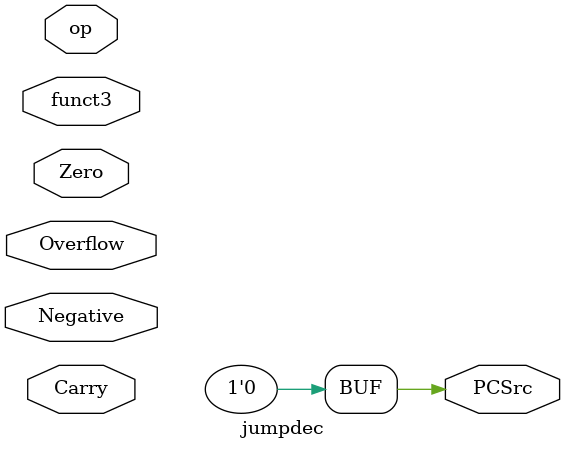
<source format=v>
module jumpdec(
	input [6:0] op,
	input [2:0] funct3,

	input Zero,
	input Overflow,
	input Carry,
	input Negative,

	output PCSrc
);

assign PCSrc = 0;
// always @(*)
// 	case (op)
// 		// branch
// 		7'b1100011:
// 			case (funct3)
// 				// beq
// 				3'b000: PCSrc = Zero;
// 				// bne
// 				3'b001: PCSrc = ~Zero;
// 				// blt
// 				3'b100: PCSrc = blt;
// 				// bge
// 				3'b101: PCSrc = ~blt;
// 				// bltu
// 				3'b110: PCSrc = bltu;
// 				// bgeu
// 				3'b111: PCSrc = ~bltu;
// 			endcase

// 		// jalr
// 		7'b1100111: PCSrc = 1;
// 		// jal
// 		7'b1101111: PCSrc = 1;
// 		default: PCSrc = 0;
// 	endcase

endmodule
</source>
